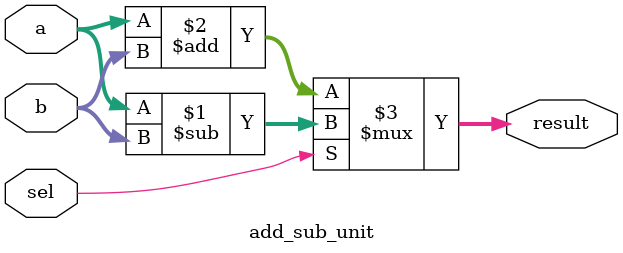
<source format=v>
module add_sub_unit(input [3:0] a, b, input sel, output [3:0] result); assign result = sel ? (a - b) : (a + b); endmodule
</source>
